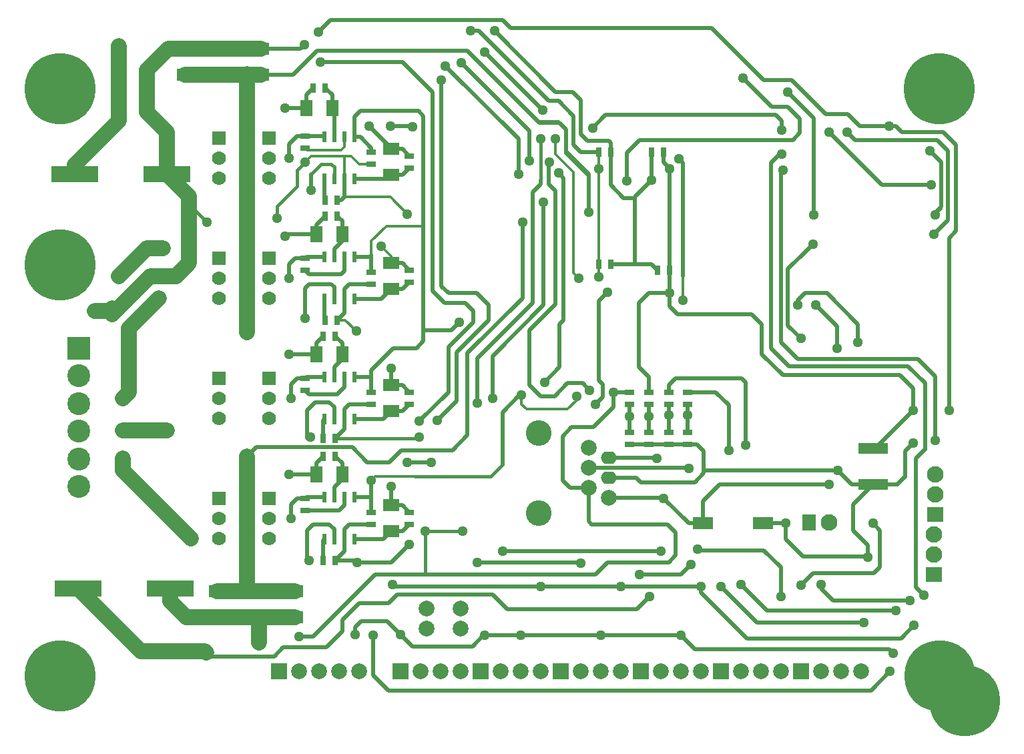
<source format=gtl>
G04 (created by PCBNEW (2013-07-07 BZR 4022)-stable) date ven. 16 mai 2014 20:48:30 CEST*
%MOIN*%
G04 Gerber Fmt 3.4, Leading zero omitted, Abs format*
%FSLAX34Y34*%
G01*
G70*
G90*
G04 APERTURE LIST*
%ADD10C,0.00590551*%
%ADD11C,0.315*%
%ADD12R,0.1142X0.1142*%
%ADD13C,0.1142*%
%ADD14C,0.0787402*%
%ADD15O,0.0787402X0.0629921*%
%ADD16C,0.128*%
%ADD17C,0.3543*%
%ADD18R,0.0236X0.0551*%
%ADD19R,0.15X0.055*%
%ADD20R,0.08X0.06*%
%ADD21R,0.06X0.08*%
%ADD22R,0.025X0.045*%
%ADD23R,0.045X0.025*%
%ADD24R,0.0709X0.0827*%
%ADD25C,0.0827*%
%ADD26C,0.0787*%
%ADD27R,0.0787X0.0787*%
%ADD28R,0.0827X0.0748*%
%ADD29C,0.07*%
%ADD30R,0.07X0.07*%
%ADD31R,0.0984252X0.0590551*%
%ADD32R,0.23622X0.0787402*%
%ADD33C,0.0512*%
%ADD34C,0.0138*%
%ADD35C,0.0197*%
%ADD36C,0.0157*%
%ADD37C,0.0787402*%
G04 APERTURE END LIST*
G54D10*
G54D11*
X80000Y-41375D03*
G54D12*
X37000Y-25000D03*
G54D13*
X37000Y-26375D03*
X37000Y-27775D03*
X37000Y-29150D03*
X37000Y-30525D03*
X37000Y-31900D03*
G54D14*
X62450Y-30975D03*
X62450Y-31975D03*
X62450Y-29975D03*
X63450Y-32475D03*
G54D15*
X63450Y-31475D03*
X63450Y-30475D03*
G54D16*
X59950Y-29225D03*
X59950Y-33225D03*
G54D17*
X80000Y-41375D03*
X36050Y-20825D03*
X36050Y-41375D03*
G54D18*
X50750Y-16550D03*
X50750Y-14450D03*
X50250Y-16550D03*
X49750Y-16550D03*
X49250Y-16550D03*
X50250Y-14450D03*
X49750Y-14450D03*
X49250Y-14450D03*
X50750Y-34550D03*
X50750Y-32450D03*
X50250Y-34550D03*
X49750Y-34550D03*
X49250Y-34550D03*
X50250Y-32450D03*
X49750Y-32450D03*
X49250Y-32450D03*
X50750Y-28550D03*
X50750Y-26450D03*
X50250Y-28550D03*
X49750Y-28550D03*
X49250Y-28550D03*
X50250Y-26450D03*
X49750Y-26450D03*
X49250Y-26450D03*
X50750Y-22550D03*
X50750Y-20450D03*
X50250Y-22550D03*
X49750Y-22550D03*
X49250Y-22550D03*
X50250Y-20450D03*
X49750Y-20450D03*
X49250Y-20450D03*
G54D19*
X76650Y-30000D03*
X76650Y-31800D03*
G54D20*
X52600Y-20750D03*
X52600Y-22050D03*
G54D21*
X48850Y-19300D03*
X50150Y-19300D03*
G54D20*
X52600Y-32850D03*
X52600Y-34150D03*
G54D21*
X48850Y-31300D03*
X50150Y-31300D03*
G54D20*
X52600Y-26850D03*
X52600Y-28150D03*
G54D21*
X48850Y-25300D03*
X50150Y-25300D03*
G54D20*
X52600Y-15050D03*
X52600Y-16350D03*
G54D21*
X48350Y-13000D03*
X49650Y-13000D03*
G54D20*
X47800Y-37150D03*
X47800Y-38450D03*
X42300Y-11350D03*
X42300Y-10050D03*
X46500Y-37150D03*
X46500Y-38450D03*
X43900Y-37150D03*
X43900Y-38450D03*
X45200Y-37150D03*
X45200Y-38450D03*
X44800Y-11350D03*
X44800Y-10050D03*
X43500Y-11350D03*
X43500Y-10050D03*
X46100Y-11350D03*
X46100Y-10050D03*
G54D22*
X49300Y-17600D03*
X49900Y-17600D03*
G54D23*
X64500Y-29200D03*
X64500Y-29800D03*
X65450Y-29200D03*
X65450Y-29800D03*
X66450Y-29200D03*
X66450Y-29800D03*
X67400Y-29200D03*
X67400Y-29800D03*
X64500Y-27200D03*
X64500Y-27800D03*
X65450Y-27200D03*
X65450Y-27800D03*
X66450Y-27200D03*
X66450Y-27800D03*
X67400Y-27200D03*
X67400Y-27800D03*
G54D22*
X48700Y-12000D03*
X49300Y-12000D03*
X49200Y-29500D03*
X49800Y-29500D03*
X49200Y-24400D03*
X49800Y-24400D03*
G54D23*
X53500Y-27200D03*
X53500Y-27800D03*
X53500Y-33200D03*
X53500Y-33800D03*
G54D22*
X49200Y-30400D03*
X49800Y-30400D03*
X49200Y-35600D03*
X49800Y-35600D03*
X49300Y-23600D03*
X49900Y-23600D03*
G54D23*
X53500Y-15400D03*
X53500Y-16000D03*
X53500Y-21100D03*
X53500Y-21700D03*
G54D22*
X49300Y-18400D03*
X49900Y-18400D03*
X62950Y-20800D03*
X63550Y-20800D03*
X62950Y-15200D03*
X63550Y-15200D03*
G54D23*
X51600Y-27200D03*
X51600Y-27800D03*
X51600Y-15200D03*
X51600Y-15800D03*
X48300Y-20500D03*
X48300Y-21100D03*
X48300Y-26500D03*
X48300Y-27100D03*
G54D22*
X66200Y-15200D03*
X65600Y-15200D03*
X66500Y-21100D03*
X65900Y-21100D03*
G54D23*
X48300Y-14400D03*
X48300Y-15000D03*
X48300Y-32500D03*
X48300Y-33100D03*
X51600Y-21200D03*
X51600Y-21800D03*
X51600Y-33200D03*
X51600Y-33800D03*
G54D24*
X73450Y-33700D03*
G54D25*
X74450Y-33700D03*
G54D26*
X51000Y-41150D03*
G54D27*
X47000Y-41150D03*
G54D26*
X48000Y-41150D03*
X49000Y-41150D03*
X50000Y-41150D03*
G54D27*
X65050Y-41150D03*
G54D26*
X66050Y-41150D03*
X67050Y-41150D03*
X68050Y-41150D03*
G54D27*
X57050Y-41150D03*
G54D26*
X58050Y-41150D03*
X59050Y-41150D03*
X60050Y-41150D03*
G54D27*
X61050Y-41150D03*
G54D26*
X62050Y-41150D03*
X63050Y-41150D03*
X64050Y-41150D03*
G54D27*
X53050Y-41150D03*
G54D26*
X54050Y-41150D03*
X55050Y-41150D03*
X56050Y-41150D03*
G54D27*
X69050Y-41150D03*
G54D26*
X70050Y-41150D03*
X71050Y-41150D03*
X72050Y-41150D03*
G54D27*
X73050Y-41150D03*
G54D26*
X74050Y-41150D03*
X75050Y-41150D03*
X76050Y-41150D03*
G54D28*
X79750Y-33300D03*
G54D25*
X79750Y-32300D03*
X79750Y-31300D03*
G54D28*
X79700Y-36300D03*
G54D25*
X79700Y-35300D03*
X79700Y-34300D03*
G54D29*
X46500Y-16500D03*
X46500Y-15500D03*
G54D30*
X46500Y-14500D03*
G54D29*
X44000Y-34500D03*
X44000Y-33500D03*
G54D30*
X44000Y-32500D03*
G54D29*
X46500Y-34500D03*
X46500Y-33500D03*
G54D30*
X46500Y-32500D03*
G54D29*
X44000Y-22500D03*
X44000Y-21500D03*
G54D30*
X44000Y-20500D03*
G54D29*
X46500Y-22500D03*
X46500Y-21500D03*
G54D30*
X46500Y-20500D03*
G54D29*
X46500Y-28500D03*
X46500Y-27500D03*
G54D30*
X46500Y-26500D03*
G54D29*
X44000Y-16500D03*
X44000Y-15500D03*
G54D30*
X44000Y-14500D03*
G54D29*
X44000Y-28500D03*
X44000Y-27500D03*
G54D30*
X44000Y-26500D03*
G54D26*
X56050Y-39000D03*
X56050Y-38000D03*
G54D17*
X79950Y-12050D03*
X36050Y-12050D03*
X81225Y-42601D03*
X81225Y-42601D03*
G54D26*
X54350Y-39000D03*
X54350Y-38000D03*
G54D31*
X68150Y-33750D03*
X71150Y-33750D03*
G54D32*
X36800Y-16300D03*
X41400Y-16300D03*
X36950Y-37000D03*
X41550Y-37000D03*
G54D33*
X61850Y-27400D03*
X59100Y-27350D03*
X56000Y-23700D03*
X51600Y-31600D03*
X72050Y-37400D03*
X67900Y-35050D03*
X70300Y-29850D03*
X77500Y-41150D03*
X51700Y-39350D03*
X67550Y-35800D03*
X69450Y-30100D03*
X65500Y-37400D03*
X65000Y-36300D03*
X39000Y-9900D03*
X43350Y-40200D03*
X56150Y-34150D03*
X54300Y-34150D03*
X48000Y-39400D03*
X63700Y-27200D03*
X56550Y-9150D03*
X62950Y-16050D03*
X62950Y-21450D03*
X48950Y-9200D03*
X78650Y-28100D03*
X54600Y-30700D03*
X53400Y-30700D03*
X77450Y-13900D03*
X50800Y-39300D03*
X77650Y-40250D03*
X80450Y-28100D03*
X57250Y-39350D03*
X53050Y-39300D03*
X59050Y-39350D03*
X67050Y-39350D03*
X63050Y-39350D03*
X66500Y-16050D03*
X66500Y-22250D03*
X62450Y-18200D03*
X45400Y-24200D03*
X45400Y-18400D03*
X59150Y-18700D03*
X45400Y-36200D03*
X45400Y-30400D03*
X53650Y-13950D03*
X52550Y-13900D03*
X74450Y-14200D03*
X79550Y-16850D03*
X56100Y-10750D03*
X59500Y-15650D03*
X58950Y-16300D03*
X55300Y-10900D03*
X79750Y-29600D03*
X72150Y-16100D03*
X79200Y-37350D03*
X72100Y-15300D03*
X79700Y-19300D03*
X75350Y-14200D03*
X65850Y-30500D03*
X67450Y-31000D03*
X60150Y-13100D03*
X57250Y-10200D03*
X63400Y-22200D03*
X62800Y-27800D03*
X66200Y-32500D03*
X74450Y-31800D03*
X66950Y-15550D03*
X67150Y-22600D03*
X56900Y-27750D03*
X60050Y-14550D03*
X57650Y-27500D03*
X60200Y-17700D03*
X79750Y-18350D03*
X79500Y-15150D03*
X73700Y-18350D03*
X72400Y-12200D03*
X56900Y-35700D03*
X62050Y-35750D03*
X58150Y-35150D03*
X66050Y-35150D03*
X48250Y-9850D03*
X57750Y-9150D03*
X78650Y-29750D03*
X50850Y-24150D03*
X54000Y-29450D03*
X65600Y-16600D03*
X74900Y-31100D03*
X73050Y-24500D03*
X73650Y-19800D03*
X37800Y-23150D03*
X52650Y-36800D03*
X53400Y-18300D03*
X53500Y-34800D03*
X50900Y-35700D03*
X46000Y-39700D03*
X43400Y-18700D03*
X46900Y-18500D03*
X48300Y-15700D03*
X78700Y-38850D03*
X68050Y-36900D03*
X64050Y-36900D03*
X60050Y-36900D03*
X76400Y-35450D03*
X72300Y-33750D03*
X62650Y-14000D03*
X72100Y-14100D03*
X62500Y-27100D03*
X60500Y-15700D03*
X60250Y-26700D03*
X60950Y-16250D03*
X66450Y-28350D03*
X64500Y-28400D03*
X65450Y-28400D03*
X76200Y-38700D03*
X69050Y-36900D03*
X74850Y-25000D03*
X73800Y-22850D03*
X78500Y-37600D03*
X74050Y-36800D03*
X55100Y-11600D03*
X54900Y-28600D03*
X49050Y-10700D03*
X54000Y-28650D03*
X48500Y-35600D03*
X47500Y-31300D03*
X52600Y-26000D03*
X51500Y-13900D03*
X47300Y-13000D03*
X48550Y-29450D03*
X48600Y-17100D03*
X47500Y-25300D03*
X52600Y-31900D03*
X52100Y-19900D03*
X47300Y-19400D03*
X47500Y-15500D03*
X41200Y-20000D03*
X39000Y-21400D03*
X47500Y-21500D03*
X41000Y-22500D03*
X39200Y-27500D03*
X47600Y-27500D03*
X41400Y-29100D03*
X39200Y-29100D03*
X47600Y-33500D03*
X39200Y-30500D03*
X42600Y-34500D03*
X48300Y-23500D03*
X77800Y-38100D03*
X70050Y-36800D03*
X76650Y-33750D03*
X73050Y-36850D03*
X75900Y-24700D03*
X72900Y-22850D03*
X67400Y-28350D03*
X61950Y-21500D03*
X60800Y-14550D03*
X70150Y-11500D03*
X64350Y-16650D03*
G54D34*
X61850Y-27400D02*
X61850Y-27600D01*
X59100Y-27800D02*
X59100Y-27350D01*
X59350Y-28050D02*
X59100Y-27800D01*
X61400Y-28050D02*
X59350Y-28050D01*
X61850Y-27600D02*
X61400Y-28050D01*
X51600Y-20350D02*
X51600Y-19650D01*
X52350Y-18900D02*
X54200Y-18900D01*
X51600Y-19650D02*
X52350Y-18900D01*
G54D35*
X51600Y-26100D02*
X52700Y-25000D01*
X54200Y-24650D02*
X54200Y-23800D01*
X53850Y-25000D02*
X54200Y-24650D01*
X52700Y-25000D02*
X53850Y-25000D01*
X56000Y-23700D02*
X55600Y-24100D01*
X55600Y-24100D02*
X54200Y-24100D01*
X54200Y-19250D02*
X54200Y-23800D01*
X54200Y-23800D02*
X54200Y-24150D01*
X54200Y-24150D02*
X54200Y-24100D01*
X54200Y-24100D02*
X54200Y-24150D01*
X53200Y-13150D02*
X53950Y-13150D01*
X50750Y-13450D02*
X51050Y-13150D01*
X51050Y-13150D02*
X53200Y-13150D01*
X50750Y-14450D02*
X50750Y-13450D01*
X53950Y-13150D02*
X54200Y-13400D01*
X54200Y-13400D02*
X54200Y-18900D01*
X54200Y-18900D02*
X54200Y-19300D01*
X54200Y-19300D02*
X54200Y-19250D01*
X54200Y-19250D02*
X54200Y-19300D01*
X59100Y-27350D02*
X59000Y-27350D01*
G54D36*
X57550Y-31400D02*
X53800Y-31400D01*
X58150Y-30800D02*
X57550Y-31400D01*
G54D34*
X53800Y-31400D02*
X51800Y-31400D01*
X51800Y-31400D02*
X51600Y-31600D01*
G54D35*
X51600Y-32500D02*
X51600Y-31600D01*
X59000Y-27350D02*
X58150Y-28200D01*
X58150Y-28200D02*
X58150Y-30800D01*
X66450Y-27200D02*
X66450Y-26850D01*
X72050Y-35950D02*
X72050Y-37400D01*
X71200Y-35100D02*
X72050Y-35950D01*
X67950Y-35100D02*
X71200Y-35100D01*
X67900Y-35050D02*
X67950Y-35100D01*
X70300Y-26700D02*
X70300Y-29850D01*
X70100Y-26500D02*
X70300Y-26700D01*
X66800Y-26500D02*
X70100Y-26500D01*
X66450Y-26850D02*
X66800Y-26500D01*
X51600Y-26500D02*
X51600Y-26100D01*
X51600Y-20400D02*
X51600Y-20350D01*
X50750Y-32450D02*
X51600Y-32450D01*
X51600Y-32450D02*
X51600Y-32500D01*
X51600Y-33200D02*
X51600Y-32500D01*
X50750Y-26450D02*
X51600Y-26450D01*
X51600Y-26450D02*
X51600Y-26500D01*
X51600Y-27200D02*
X51600Y-26500D01*
X50750Y-20450D02*
X51600Y-20450D01*
X51600Y-20450D02*
X51600Y-20400D01*
X51600Y-21200D02*
X51600Y-20400D01*
X50750Y-14450D02*
X51050Y-14450D01*
X51050Y-14450D02*
X51600Y-15000D01*
X51600Y-15000D02*
X51600Y-15200D01*
X51700Y-39350D02*
X51700Y-41350D01*
X51700Y-41350D02*
X52450Y-42100D01*
X52450Y-42100D02*
X76550Y-42100D01*
X76550Y-42100D02*
X77500Y-41150D01*
X65000Y-36300D02*
X67050Y-36300D01*
X67050Y-36300D02*
X67550Y-35800D01*
X50175Y-38575D02*
X50175Y-39125D01*
X43550Y-40400D02*
X43350Y-40200D01*
X46750Y-40400D02*
X43550Y-40400D01*
X47200Y-39950D02*
X46750Y-40400D01*
X49350Y-39950D02*
X47200Y-39950D01*
X50175Y-39125D02*
X49350Y-39950D01*
X68800Y-27200D02*
X69450Y-27850D01*
X67400Y-27200D02*
X68800Y-27200D01*
X69450Y-27850D02*
X69450Y-30100D01*
X51000Y-37750D02*
X50175Y-38575D01*
X50175Y-38575D02*
X50150Y-38600D01*
X52450Y-37750D02*
X51000Y-37750D01*
X52900Y-37300D02*
X52450Y-37750D01*
X57650Y-37300D02*
X52900Y-37300D01*
X58400Y-38050D02*
X57650Y-37300D01*
X64850Y-38050D02*
X58400Y-38050D01*
X65500Y-37400D02*
X64850Y-38050D01*
G54D37*
X36800Y-16300D02*
X36800Y-15850D01*
X39000Y-13650D02*
X39000Y-9900D01*
X36800Y-15850D02*
X39000Y-13650D01*
X40100Y-40150D02*
X36950Y-37000D01*
X43350Y-40200D02*
X43300Y-40150D01*
X43300Y-40150D02*
X40100Y-40150D01*
G54D35*
X61450Y-36300D02*
X62800Y-36300D01*
X66450Y-35700D02*
X66800Y-35350D01*
X63400Y-35700D02*
X66450Y-35700D01*
X62800Y-36300D02*
X63400Y-35700D01*
X63700Y-27200D02*
X63700Y-27950D01*
X61600Y-28950D02*
X61150Y-29400D01*
X61150Y-29400D02*
X61150Y-31600D01*
X61150Y-31600D02*
X61525Y-31975D01*
X61525Y-31975D02*
X62450Y-31975D01*
X63700Y-27950D02*
X62700Y-28950D01*
X62700Y-28950D02*
X61600Y-28950D01*
G54D36*
X54300Y-34150D02*
X54300Y-36300D01*
X54300Y-36300D02*
X54300Y-36250D01*
X54300Y-36250D02*
X54300Y-36300D01*
X54300Y-34150D02*
X56150Y-34150D01*
G54D35*
X48000Y-39400D02*
X48700Y-39400D01*
X48700Y-39400D02*
X51800Y-36300D01*
X51800Y-36300D02*
X54300Y-36300D01*
X62450Y-33650D02*
X62450Y-31975D01*
X62600Y-33800D02*
X62450Y-33650D01*
X66400Y-33800D02*
X62600Y-33800D01*
X66800Y-34200D02*
X66400Y-33800D01*
X66800Y-35350D02*
X66800Y-34200D01*
X54300Y-36300D02*
X61450Y-36300D01*
X63700Y-27200D02*
X64500Y-27200D01*
X62950Y-15200D02*
X62050Y-15200D01*
X62050Y-15200D02*
X61700Y-14850D01*
X61700Y-14850D02*
X61700Y-13400D01*
X61700Y-13400D02*
X60950Y-12650D01*
X60950Y-12650D02*
X60450Y-12650D01*
X60450Y-12650D02*
X56950Y-9150D01*
X56950Y-9150D02*
X56550Y-9150D01*
G54D34*
X62950Y-20800D02*
X62950Y-21450D01*
X62950Y-16050D02*
X62950Y-15200D01*
X62950Y-16050D02*
X62950Y-18950D01*
X62950Y-21450D02*
X62950Y-18950D01*
G54D35*
X66500Y-16050D02*
X66500Y-22250D01*
X66500Y-16050D02*
X66500Y-16000D01*
X66200Y-15700D02*
X66200Y-15200D01*
X66500Y-16000D02*
X66200Y-15700D01*
X71100Y-25300D02*
X72150Y-26350D01*
X72150Y-26350D02*
X78000Y-26350D01*
X78000Y-26350D02*
X78650Y-27000D01*
X78650Y-27000D02*
X78650Y-28100D01*
X76650Y-30000D02*
X76750Y-30000D01*
X76750Y-30000D02*
X78650Y-28100D01*
X66500Y-22250D02*
X66500Y-22900D01*
X66500Y-22900D02*
X66900Y-23300D01*
X66900Y-23300D02*
X70600Y-23300D01*
X70600Y-23300D02*
X71100Y-23800D01*
X71100Y-23800D02*
X71100Y-25300D01*
X65450Y-27200D02*
X65450Y-26450D01*
X65450Y-26450D02*
X64950Y-25950D01*
X64950Y-25950D02*
X64950Y-22750D01*
X65450Y-22250D02*
X66500Y-22250D01*
X64950Y-22750D02*
X65450Y-22250D01*
X65450Y-26450D02*
X65250Y-26250D01*
X49550Y-8600D02*
X48950Y-9200D01*
X58150Y-8600D02*
X49550Y-8600D01*
X58550Y-9000D02*
X58150Y-8600D01*
X77450Y-13900D02*
X76000Y-13900D01*
X68600Y-9000D02*
X59350Y-9000D01*
X71200Y-11600D02*
X68600Y-9000D01*
X72600Y-11600D02*
X71200Y-11600D01*
X74300Y-13300D02*
X72600Y-11600D01*
X75400Y-13300D02*
X74300Y-13300D01*
X76000Y-13900D02*
X75400Y-13300D01*
X59350Y-9000D02*
X58550Y-9000D01*
X77450Y-13900D02*
X77800Y-13900D01*
X80450Y-19500D02*
X80450Y-28100D01*
X80800Y-19150D02*
X80450Y-19500D01*
X80800Y-14850D02*
X80800Y-19150D01*
X80150Y-14200D02*
X80800Y-14850D01*
X78100Y-14200D02*
X80150Y-14200D01*
X77800Y-13900D02*
X78100Y-14200D01*
X53400Y-30700D02*
X54600Y-30700D01*
G54D36*
X70600Y-23300D02*
X71100Y-23800D01*
X71100Y-23800D02*
X71100Y-25300D01*
X65450Y-26450D02*
X65250Y-26250D01*
X65250Y-26250D02*
X64950Y-25950D01*
G54D35*
X50800Y-39300D02*
X50800Y-38950D01*
X52400Y-38650D02*
X53050Y-39300D01*
X51100Y-38650D02*
X52400Y-38650D01*
X50800Y-38950D02*
X51100Y-38650D01*
X77650Y-40250D02*
X77450Y-40050D01*
X77450Y-40050D02*
X67750Y-40050D01*
X67750Y-40050D02*
X67050Y-39350D01*
X57250Y-39350D02*
X57200Y-39350D01*
X59050Y-39350D02*
X57200Y-39350D01*
X53650Y-39900D02*
X53050Y-39300D01*
X57200Y-39350D02*
X56650Y-39900D01*
X56650Y-39900D02*
X53650Y-39900D01*
X63050Y-39350D02*
X59050Y-39350D01*
X67050Y-39350D02*
X63050Y-39350D01*
G54D34*
X66500Y-21100D02*
X66500Y-22250D01*
G54D35*
X61314Y-15000D02*
X61314Y-14064D01*
X61314Y-14064D02*
X61000Y-13750D01*
X61000Y-13750D02*
X60000Y-13750D01*
X60000Y-13750D02*
X56400Y-10150D01*
X46100Y-11350D02*
X47700Y-11350D01*
X47700Y-11350D02*
X48900Y-10150D01*
X48900Y-10150D02*
X56400Y-10150D01*
X56400Y-10150D02*
X60000Y-13750D01*
X60000Y-13750D02*
X61000Y-13750D01*
X61000Y-13750D02*
X61314Y-14064D01*
X61314Y-15000D02*
X61314Y-15164D01*
X61314Y-15164D02*
X62450Y-16300D01*
X62450Y-16300D02*
X62450Y-18200D01*
G54D36*
X62450Y-18200D02*
X62450Y-16400D01*
X61300Y-14050D02*
X61300Y-15250D01*
X60925Y-13675D02*
X61300Y-14050D01*
X60075Y-13675D02*
X60925Y-13675D01*
X62450Y-16400D02*
X61300Y-15250D01*
X60075Y-13675D02*
X60100Y-13700D01*
G54D37*
X45400Y-18400D02*
X45400Y-24200D01*
X43500Y-11350D02*
X42300Y-11350D01*
X44800Y-11350D02*
X43500Y-11350D01*
X45400Y-11350D02*
X44800Y-11350D01*
X46100Y-11350D02*
X45400Y-11350D01*
X45400Y-11300D02*
X45400Y-18400D01*
X45400Y-11350D02*
X45400Y-11300D01*
G54D35*
X59150Y-18700D02*
X59150Y-22500D01*
X54350Y-30100D02*
X53400Y-30100D01*
X53400Y-30100D02*
X53100Y-30100D01*
X53100Y-30100D02*
X52500Y-30700D01*
X52500Y-30700D02*
X51400Y-30700D01*
X51400Y-30700D02*
X50650Y-29950D01*
X50650Y-29950D02*
X45850Y-29950D01*
X45850Y-29950D02*
X45400Y-30400D01*
X55650Y-30100D02*
X54350Y-30100D01*
X59150Y-22500D02*
X56400Y-25250D01*
X56400Y-25250D02*
X56400Y-29350D01*
X56400Y-29350D02*
X55650Y-30100D01*
G54D37*
X45400Y-36200D02*
X45400Y-36500D01*
X45400Y-36500D02*
X45400Y-37150D01*
X45400Y-30400D02*
X45400Y-36500D01*
X45400Y-37150D02*
X45400Y-36800D01*
X45400Y-36800D02*
X45400Y-37150D01*
X46500Y-37150D02*
X47800Y-37150D01*
X45200Y-37150D02*
X45400Y-37150D01*
X45400Y-37150D02*
X46500Y-37150D01*
X43900Y-37150D02*
X45200Y-37150D01*
G54D35*
X52550Y-13900D02*
X53600Y-13900D01*
X53600Y-13900D02*
X53650Y-13950D01*
G54D36*
X53600Y-13900D02*
X53650Y-13950D01*
G54D35*
X79550Y-16850D02*
X77100Y-16850D01*
X77100Y-16850D02*
X74450Y-14200D01*
X59500Y-15650D02*
X59500Y-14150D01*
X59500Y-14150D02*
X56100Y-10750D01*
X58950Y-15850D02*
X58950Y-14550D01*
X58950Y-14550D02*
X55300Y-10900D01*
X58950Y-15850D02*
X58950Y-16300D01*
X79750Y-29600D02*
X79750Y-26400D01*
X78900Y-25550D02*
X72900Y-25550D01*
X79750Y-26400D02*
X78900Y-25550D01*
X72900Y-25550D02*
X72050Y-24700D01*
X72050Y-16200D02*
X72150Y-16100D01*
X72050Y-24700D02*
X72050Y-16200D01*
X72100Y-15300D02*
X72000Y-15300D01*
X72000Y-15300D02*
X71550Y-15750D01*
X71550Y-15750D02*
X71550Y-25000D01*
X71550Y-25000D02*
X72450Y-25900D01*
X72450Y-25900D02*
X78400Y-25900D01*
X78400Y-25900D02*
X79250Y-26750D01*
X79250Y-26750D02*
X79250Y-30050D01*
X79250Y-30050D02*
X78800Y-30500D01*
X78800Y-30500D02*
X78800Y-36950D01*
X78800Y-36950D02*
X79200Y-37350D01*
G54D36*
X79250Y-28600D02*
X79250Y-30050D01*
X72000Y-15300D02*
X71550Y-15750D01*
X71550Y-15750D02*
X71550Y-25000D01*
X71550Y-25000D02*
X72450Y-25900D01*
X72450Y-25900D02*
X78400Y-25900D01*
X78400Y-25900D02*
X78800Y-26300D01*
X79250Y-28600D02*
X79250Y-26750D01*
X79250Y-26750D02*
X78800Y-26300D01*
G54D35*
X79700Y-19300D02*
X80400Y-18600D01*
X80400Y-18600D02*
X80400Y-15150D01*
X80400Y-15150D02*
X79850Y-14600D01*
X79850Y-14600D02*
X75750Y-14600D01*
X75750Y-14600D02*
X75350Y-14200D01*
G54D36*
X75750Y-14600D02*
X76950Y-14600D01*
X75350Y-14200D02*
X75750Y-14600D01*
G54D34*
X79850Y-14600D02*
X76950Y-14600D01*
G54D35*
X65850Y-30500D02*
X65850Y-30475D01*
X65850Y-30475D02*
X65850Y-30500D01*
X65850Y-30500D02*
X65850Y-30475D01*
X65850Y-30475D02*
X63450Y-30475D01*
X67450Y-31000D02*
X67425Y-30975D01*
X67425Y-30975D02*
X62450Y-30975D01*
X58225Y-11175D02*
X57250Y-10200D01*
X60150Y-13100D02*
X58225Y-11175D01*
X62800Y-27800D02*
X63150Y-27450D01*
X62950Y-26600D02*
X62950Y-26200D01*
X63150Y-26800D02*
X62950Y-26600D01*
X63150Y-27450D02*
X63150Y-26800D01*
X63400Y-22200D02*
X62950Y-22650D01*
X62950Y-22650D02*
X62950Y-26200D01*
X66200Y-32500D02*
X66175Y-32475D01*
X68150Y-32650D02*
X68150Y-33750D01*
X69000Y-31800D02*
X68150Y-32650D01*
X71100Y-31800D02*
X69000Y-31800D01*
X74450Y-31800D02*
X71100Y-31800D01*
X63450Y-32475D02*
X66175Y-32475D01*
X67450Y-33750D02*
X68150Y-33750D01*
X66175Y-32475D02*
X67450Y-33750D01*
G54D34*
X67150Y-21400D02*
X67150Y-22600D01*
G54D35*
X67150Y-15750D02*
X67150Y-21400D01*
X66950Y-15550D02*
X67150Y-15750D01*
X59650Y-18950D02*
X59650Y-22750D01*
X56900Y-25500D02*
X56900Y-27750D01*
X59650Y-22750D02*
X56900Y-25500D01*
X59650Y-17200D02*
X59650Y-18950D01*
X60050Y-16800D02*
X59650Y-17200D01*
G54D36*
X60050Y-14550D02*
X60050Y-16600D01*
G54D35*
X60050Y-16600D02*
X60050Y-16800D01*
X60200Y-17700D02*
X60200Y-22850D01*
X57650Y-25400D02*
X57650Y-27500D01*
X60200Y-22850D02*
X57650Y-25400D01*
X80050Y-15700D02*
X80050Y-17944D01*
X80050Y-17944D02*
X79750Y-18244D01*
X79750Y-18244D02*
X79750Y-18350D01*
X79500Y-15150D02*
X80050Y-15700D01*
G54D34*
X80050Y-18050D02*
X80050Y-17300D01*
X79750Y-18350D02*
X80050Y-18050D01*
X80050Y-15700D02*
X80050Y-17300D01*
G54D35*
X73700Y-18350D02*
X73700Y-13500D01*
X73700Y-13500D02*
X72400Y-12200D01*
X62000Y-35700D02*
X62050Y-35750D01*
X56900Y-35700D02*
X62000Y-35700D01*
X58150Y-35150D02*
X66050Y-35150D01*
X63550Y-15200D02*
X63550Y-14750D01*
X62400Y-14650D02*
X62050Y-14300D01*
X63450Y-14650D02*
X62400Y-14650D01*
X63550Y-14750D02*
X63450Y-14650D01*
X62050Y-14300D02*
X62050Y-12600D01*
X62050Y-12600D02*
X61650Y-12200D01*
X61650Y-12200D02*
X61250Y-12200D01*
X64750Y-17500D02*
X64200Y-17500D01*
X63550Y-16850D02*
X63550Y-15200D01*
X64200Y-17500D02*
X63550Y-16850D01*
X64750Y-20800D02*
X64750Y-17450D01*
X64750Y-17450D02*
X65600Y-16600D01*
X63550Y-20800D02*
X65600Y-20800D01*
X65600Y-20800D02*
X65900Y-21100D01*
X65600Y-16600D02*
X65600Y-15200D01*
X72407Y-21750D02*
X72407Y-21042D01*
X72407Y-21042D02*
X73650Y-19800D01*
X72407Y-21750D02*
X72407Y-23857D01*
X72407Y-23857D02*
X73050Y-24500D01*
X76650Y-31800D02*
X75600Y-31800D01*
X75600Y-31800D02*
X74900Y-31100D01*
X76650Y-31800D02*
X77850Y-31800D01*
X77850Y-31800D02*
X78250Y-31400D01*
X78250Y-31400D02*
X78250Y-30150D01*
X78250Y-30150D02*
X78650Y-29750D01*
X68200Y-31100D02*
X68950Y-31100D01*
X68200Y-31050D02*
X68200Y-31250D01*
X64825Y-31475D02*
X63450Y-31475D01*
X65050Y-31700D02*
X64825Y-31475D01*
X67750Y-31700D02*
X65050Y-31700D01*
X68200Y-31250D02*
X67750Y-31700D01*
X67400Y-29800D02*
X67850Y-29800D01*
X68200Y-30150D02*
X68200Y-31050D01*
X68200Y-31050D02*
X68200Y-31100D01*
X67850Y-29800D02*
X68200Y-30150D01*
X67400Y-29800D02*
X64500Y-29800D01*
X74900Y-31100D02*
X68950Y-31100D01*
X46100Y-10050D02*
X48050Y-10050D01*
X48050Y-10050D02*
X48250Y-9850D01*
X60800Y-12200D02*
X61250Y-12200D01*
X61250Y-12200D02*
X61350Y-12200D01*
X57750Y-9150D02*
X60800Y-12200D01*
G54D36*
X78250Y-31400D02*
X77850Y-31800D01*
X78250Y-30150D02*
X78250Y-31400D01*
X78650Y-29750D02*
X78250Y-30150D01*
G54D34*
X49900Y-23600D02*
X50300Y-23600D01*
X50300Y-23600D02*
X50850Y-24150D01*
G54D36*
X52750Y-29500D02*
X53950Y-29500D01*
X53950Y-29500D02*
X54000Y-29450D01*
X64750Y-20800D02*
X64750Y-17500D01*
X64750Y-17500D02*
X64750Y-17450D01*
X64750Y-17450D02*
X65600Y-16600D01*
X72407Y-23450D02*
X72407Y-23857D01*
X72407Y-23857D02*
X73050Y-24500D01*
X72407Y-21042D02*
X72407Y-23450D01*
X72407Y-23450D02*
X72407Y-23500D01*
X73650Y-19800D02*
X72407Y-21042D01*
G54D37*
X38650Y-23000D02*
X38650Y-23300D01*
X38800Y-23150D02*
X38650Y-23000D01*
X37800Y-23150D02*
X38800Y-23150D01*
X42500Y-17400D02*
X41400Y-16300D01*
X42500Y-20750D02*
X42500Y-17400D01*
X41850Y-21400D02*
X42500Y-20750D01*
X40550Y-21400D02*
X41850Y-21400D01*
X38650Y-23300D02*
X40550Y-21400D01*
G54D35*
X60050Y-36900D02*
X52750Y-36900D01*
X52750Y-36900D02*
X52650Y-36800D01*
G54D34*
X53400Y-18300D02*
X52550Y-17450D01*
X52550Y-17450D02*
X50250Y-17450D01*
G54D36*
X49800Y-29500D02*
X52750Y-29500D01*
X74900Y-31100D02*
X75600Y-31800D01*
G54D35*
X52600Y-35700D02*
X50900Y-35700D01*
X53500Y-34800D02*
X52600Y-35700D01*
X50800Y-35600D02*
X49800Y-35600D01*
X50900Y-35700D02*
X50800Y-35600D01*
G54D37*
X46000Y-39700D02*
X46000Y-38450D01*
X46000Y-38450D02*
X46000Y-38700D01*
X46000Y-38700D02*
X46000Y-38450D01*
G54D36*
X41400Y-16300D02*
X41400Y-16700D01*
X41400Y-16700D02*
X43400Y-18700D01*
X46900Y-18500D02*
X46900Y-17900D01*
X47900Y-16100D02*
X48300Y-15700D01*
X47900Y-16900D02*
X47900Y-16100D01*
X46900Y-17900D02*
X47900Y-16900D01*
G54D34*
X43400Y-18700D02*
X41400Y-16700D01*
X50250Y-16550D02*
X50250Y-15400D01*
X50250Y-15400D02*
X50300Y-15400D01*
X49500Y-15400D02*
X48600Y-15400D01*
X49500Y-15400D02*
X50300Y-15400D01*
X48600Y-15400D02*
X48300Y-15700D01*
X51000Y-15800D02*
X51600Y-15800D01*
X50300Y-15400D02*
X50600Y-15400D01*
X50600Y-15400D02*
X51000Y-15800D01*
G54D35*
X50250Y-28550D02*
X50250Y-29050D01*
X50250Y-29050D02*
X49800Y-29500D01*
X50250Y-34550D02*
X50250Y-35150D01*
X50250Y-35150D02*
X49800Y-35600D01*
X51600Y-33800D02*
X50500Y-33800D01*
X50250Y-34050D02*
X50250Y-34550D01*
X50500Y-33800D02*
X50250Y-34050D01*
X51600Y-27800D02*
X50500Y-27800D01*
X50250Y-28050D02*
X50250Y-28550D01*
X50500Y-27800D02*
X50250Y-28050D01*
X50250Y-22550D02*
X50250Y-22050D01*
X50500Y-21800D02*
X51600Y-21800D01*
X50250Y-22050D02*
X50500Y-21800D01*
X50250Y-22550D02*
X50250Y-23250D01*
X50250Y-23250D02*
X49900Y-23600D01*
X49900Y-17600D02*
X50100Y-17600D01*
X50100Y-17600D02*
X50250Y-17450D01*
X50250Y-17450D02*
X50250Y-16550D01*
G54D37*
X43900Y-38450D02*
X42350Y-38450D01*
X41550Y-37650D02*
X41550Y-37000D01*
X42350Y-38450D02*
X41550Y-37650D01*
X45200Y-38450D02*
X43900Y-38450D01*
X46500Y-38450D02*
X46000Y-38450D01*
X46000Y-38450D02*
X45200Y-38450D01*
X47800Y-38450D02*
X46500Y-38450D01*
X42300Y-10050D02*
X41450Y-10050D01*
X41450Y-10050D02*
X40400Y-11100D01*
X40400Y-11100D02*
X40400Y-13200D01*
X40400Y-13200D02*
X41400Y-14200D01*
X41400Y-14200D02*
X41400Y-16300D01*
X44800Y-10050D02*
X46100Y-10050D01*
X43500Y-10050D02*
X44800Y-10050D01*
X42300Y-10050D02*
X43500Y-10050D01*
G54D34*
X65450Y-29800D02*
X66450Y-29800D01*
X64500Y-29800D02*
X65450Y-29800D01*
G54D35*
X76400Y-35450D02*
X76400Y-34850D01*
X76400Y-34850D02*
X75650Y-34100D01*
X75650Y-34100D02*
X75650Y-32800D01*
X75650Y-32800D02*
X76650Y-31800D01*
X78700Y-38850D02*
X78050Y-39500D01*
X78050Y-39500D02*
X70350Y-39500D01*
X70350Y-39500D02*
X68050Y-37200D01*
X68050Y-37200D02*
X68050Y-36900D01*
G54D34*
X61350Y-12200D02*
X61650Y-12200D01*
X62050Y-12600D02*
X62050Y-14100D01*
X61650Y-12200D02*
X62050Y-12600D01*
X62050Y-14100D02*
X62050Y-14300D01*
G54D35*
X64050Y-36900D02*
X68050Y-36900D01*
X60050Y-36900D02*
X64050Y-36900D01*
X72300Y-34550D02*
X72300Y-33750D01*
X73150Y-35400D02*
X72300Y-34550D01*
X76350Y-35400D02*
X73150Y-35400D01*
X76400Y-35450D02*
X76350Y-35400D01*
X71150Y-33750D02*
X72300Y-33750D01*
G54D34*
X63550Y-20800D02*
X64450Y-20800D01*
X64450Y-20800D02*
X64750Y-20800D01*
X64750Y-20800D02*
X65600Y-20800D01*
X65600Y-20800D02*
X65900Y-21100D01*
G54D35*
X72100Y-14100D02*
X72100Y-13650D01*
X63300Y-13350D02*
X62650Y-14000D01*
X71800Y-13350D02*
X63300Y-13350D01*
X72100Y-13650D02*
X71800Y-13350D01*
X63200Y-13450D02*
X62650Y-14000D01*
G54D34*
X63200Y-13450D02*
X62650Y-14000D01*
G54D35*
X60500Y-15700D02*
X60500Y-15900D01*
X60450Y-15950D02*
X60450Y-16800D01*
X60500Y-15900D02*
X60450Y-15950D01*
X60450Y-16800D02*
X60800Y-17150D01*
X59500Y-26850D02*
X60050Y-27400D01*
X59500Y-24100D02*
X59500Y-26850D01*
X60800Y-22800D02*
X59500Y-24100D01*
X60800Y-17150D02*
X60800Y-22800D01*
X61850Y-26750D02*
X62150Y-26750D01*
X62150Y-26750D02*
X62500Y-27100D01*
X61400Y-26750D02*
X61850Y-26750D01*
X60750Y-27400D02*
X61400Y-26750D01*
X60050Y-27400D02*
X60750Y-27400D01*
X61200Y-22250D02*
X61200Y-23600D01*
X61000Y-25950D02*
X60250Y-26700D01*
X61000Y-23800D02*
X61000Y-25950D01*
X61200Y-23600D02*
X61000Y-23800D01*
X61200Y-21750D02*
X61200Y-22250D01*
X61200Y-16500D02*
X61200Y-21750D01*
X60950Y-16250D02*
X61200Y-16500D01*
X66450Y-27800D02*
X66450Y-28350D01*
X66450Y-28350D02*
X66450Y-29200D01*
X64500Y-29200D02*
X64500Y-28400D01*
X64500Y-28400D02*
X64500Y-27800D01*
X65450Y-27800D02*
X65450Y-29200D01*
G54D34*
X65450Y-27800D02*
X65450Y-28400D01*
X65450Y-28400D02*
X65450Y-29200D01*
G54D35*
X76200Y-38700D02*
X70850Y-38700D01*
X69050Y-36900D02*
X70850Y-38700D01*
X74850Y-25000D02*
X74850Y-23900D01*
X74850Y-23900D02*
X73800Y-22850D01*
X78500Y-37600D02*
X74650Y-37600D01*
X74650Y-37600D02*
X74050Y-37000D01*
X74050Y-36800D02*
X74050Y-37000D01*
X55100Y-11600D02*
X55100Y-13450D01*
X55850Y-27650D02*
X55850Y-25300D01*
X54900Y-28600D02*
X55850Y-27650D01*
X55850Y-25300D02*
X55850Y-25200D01*
X57450Y-22850D02*
X56850Y-22250D01*
X56850Y-22250D02*
X55450Y-22250D01*
X55450Y-22250D02*
X55100Y-21900D01*
X55100Y-21900D02*
X55100Y-13450D01*
X57450Y-23600D02*
X57450Y-22850D01*
X55850Y-25200D02*
X57450Y-23600D01*
X54650Y-12200D02*
X53150Y-10700D01*
X53150Y-10700D02*
X49050Y-10700D01*
X56700Y-23700D02*
X56700Y-23150D01*
X54650Y-22150D02*
X54650Y-12550D01*
X55250Y-22750D02*
X54650Y-22150D01*
X56300Y-22750D02*
X55250Y-22750D01*
X56700Y-23150D02*
X56300Y-22750D01*
X55450Y-25300D02*
X55450Y-24950D01*
X54000Y-28650D02*
X55450Y-27200D01*
X55450Y-27200D02*
X55450Y-25300D01*
X55450Y-24950D02*
X56700Y-23700D01*
X54650Y-12550D02*
X54650Y-12200D01*
G54D36*
X48400Y-35600D02*
X48500Y-35600D01*
G54D35*
X49750Y-34050D02*
X49500Y-33800D01*
X49500Y-33800D02*
X48700Y-33800D01*
X48700Y-33800D02*
X48400Y-34100D01*
X48400Y-34100D02*
X48400Y-35600D01*
X49750Y-34550D02*
X49750Y-34050D01*
X49200Y-35600D02*
X49200Y-34600D01*
X49200Y-34600D02*
X49250Y-34550D01*
X50150Y-31300D02*
X50150Y-30750D01*
X50150Y-30750D02*
X49800Y-30400D01*
X49750Y-32450D02*
X49750Y-31950D01*
X50150Y-31550D02*
X50150Y-31300D01*
X49750Y-31950D02*
X50150Y-31550D01*
X48300Y-33100D02*
X50000Y-33100D01*
X50250Y-32850D02*
X50250Y-32450D01*
X50000Y-33100D02*
X50250Y-32850D01*
X50750Y-34550D02*
X52200Y-34550D01*
X52200Y-34550D02*
X52600Y-34150D01*
X52600Y-34150D02*
X53150Y-34150D01*
X53150Y-34150D02*
X53500Y-33800D01*
X50150Y-19300D02*
X50150Y-18650D01*
X50150Y-18650D02*
X49900Y-18400D01*
X49750Y-20450D02*
X49750Y-20050D01*
X50150Y-19650D02*
X50150Y-19300D01*
X49750Y-20050D02*
X50150Y-19650D01*
X48850Y-31300D02*
X48850Y-30750D01*
X48850Y-30750D02*
X49200Y-30400D01*
X48850Y-31300D02*
X47500Y-31300D01*
X52600Y-26850D02*
X53150Y-26850D01*
X53150Y-26850D02*
X53500Y-27200D01*
X52600Y-26000D02*
X52600Y-26850D01*
X52600Y-15050D02*
X52600Y-15000D01*
X52600Y-15000D02*
X51500Y-13900D01*
X52600Y-15050D02*
X53150Y-15050D01*
X53150Y-15050D02*
X53500Y-15400D01*
X48350Y-13000D02*
X48350Y-12350D01*
X48350Y-12350D02*
X48700Y-12000D01*
X47300Y-13000D02*
X48350Y-13000D01*
X50150Y-25300D02*
X50150Y-24750D01*
X50150Y-24750D02*
X49800Y-24400D01*
X49750Y-26450D02*
X49750Y-25950D01*
X50150Y-25550D02*
X50150Y-25300D01*
X49750Y-25950D02*
X50150Y-25550D01*
X49750Y-27950D02*
X49500Y-27700D01*
X49500Y-27700D02*
X48800Y-27700D01*
X48800Y-27700D02*
X48400Y-28100D01*
X48400Y-28100D02*
X48400Y-29500D01*
X49750Y-27950D02*
X49750Y-28550D01*
G54D36*
X48400Y-29450D02*
X48400Y-29500D01*
X48550Y-29450D02*
X48400Y-29450D01*
G54D35*
X48600Y-17100D02*
X48600Y-16300D01*
G54D36*
X48600Y-16300D02*
X49100Y-15800D01*
X49100Y-15800D02*
X49600Y-15800D01*
X49600Y-15800D02*
X49750Y-15950D01*
X49750Y-15950D02*
X49750Y-16550D01*
G54D34*
X49750Y-16550D02*
X49750Y-15950D01*
X49750Y-15950D02*
X49600Y-15800D01*
X49600Y-15800D02*
X49100Y-15800D01*
X49100Y-15800D02*
X48600Y-16300D01*
G54D35*
X50750Y-22550D02*
X52100Y-22550D01*
X52100Y-22550D02*
X52600Y-22050D01*
X52600Y-22050D02*
X53150Y-22050D01*
X53150Y-22050D02*
X53500Y-21700D01*
X48300Y-21100D02*
X48500Y-21300D01*
X50250Y-21150D02*
X50250Y-20450D01*
X50100Y-21300D02*
X50250Y-21150D01*
X48500Y-21300D02*
X50100Y-21300D01*
X48850Y-25300D02*
X47500Y-25300D01*
X48850Y-25300D02*
X48850Y-24750D01*
X48850Y-24750D02*
X49200Y-24400D01*
X50750Y-28550D02*
X52200Y-28550D01*
X52200Y-28550D02*
X52600Y-28150D01*
X52600Y-28150D02*
X53150Y-28150D01*
X53150Y-28150D02*
X53500Y-27800D01*
X52600Y-32850D02*
X53150Y-32850D01*
X53150Y-32850D02*
X53500Y-33200D01*
X52600Y-31900D02*
X52600Y-32850D01*
X49250Y-22550D02*
X49250Y-23550D01*
X49250Y-23550D02*
X49300Y-23600D01*
G54D34*
X52600Y-20750D02*
X52600Y-20400D01*
X52600Y-20400D02*
X52100Y-19900D01*
G54D35*
X52600Y-20750D02*
X53150Y-20750D01*
X53150Y-20750D02*
X53500Y-21100D01*
X48850Y-19300D02*
X48850Y-18850D01*
X48850Y-18850D02*
X49300Y-18400D01*
X48850Y-19300D02*
X47400Y-19300D01*
X47400Y-19300D02*
X47300Y-19400D01*
X50750Y-16550D02*
X52400Y-16550D01*
X52400Y-16550D02*
X52600Y-16350D01*
X52600Y-16350D02*
X53150Y-16350D01*
X53150Y-16350D02*
X53500Y-16000D01*
X49750Y-14450D02*
X49750Y-13100D01*
X49750Y-13100D02*
X49650Y-13000D01*
X49650Y-13000D02*
X49650Y-12350D01*
X49650Y-12350D02*
X49300Y-12000D01*
X48300Y-27100D02*
X48500Y-27300D01*
X50250Y-26950D02*
X50250Y-26450D01*
X49900Y-27300D02*
X50250Y-26950D01*
X48500Y-27300D02*
X49900Y-27300D01*
X49200Y-29500D02*
X49200Y-28600D01*
X49200Y-28600D02*
X49250Y-28550D01*
X49250Y-16550D02*
X49250Y-17550D01*
X49250Y-17550D02*
X49300Y-17600D01*
G54D34*
X50250Y-14450D02*
X50250Y-14950D01*
X48400Y-15100D02*
X48300Y-15000D01*
X50100Y-15100D02*
X48400Y-15100D01*
X50250Y-14950D02*
X50100Y-15100D01*
G54D35*
X48300Y-14400D02*
X49200Y-14400D01*
X49200Y-14400D02*
X49250Y-14450D01*
X47900Y-14400D02*
X48300Y-14400D01*
X47500Y-14800D02*
X47900Y-14400D01*
X47500Y-15500D02*
X47500Y-14800D01*
G54D37*
X40400Y-20000D02*
X41200Y-20000D01*
X39000Y-21400D02*
X40400Y-20000D01*
G54D35*
X48300Y-20500D02*
X47800Y-20500D01*
X47500Y-20800D02*
X47500Y-21500D01*
X47800Y-20500D02*
X47500Y-20800D01*
X49250Y-20450D02*
X48350Y-20450D01*
X48350Y-20450D02*
X48300Y-20500D01*
G54D37*
X41000Y-22500D02*
X39500Y-24000D01*
X39500Y-24000D02*
X39500Y-27200D01*
X39500Y-27200D02*
X39200Y-27500D01*
G54D35*
X48300Y-26500D02*
X47900Y-26500D01*
X47600Y-26800D02*
X47600Y-27500D01*
X47900Y-26500D02*
X47600Y-26800D01*
X49250Y-26450D02*
X48350Y-26450D01*
X48350Y-26450D02*
X48300Y-26500D01*
G54D37*
X39200Y-29100D02*
X41400Y-29100D01*
G54D35*
X49250Y-32450D02*
X48350Y-32450D01*
X48350Y-32450D02*
X48300Y-32500D01*
X48300Y-32500D02*
X47900Y-32500D01*
X47600Y-32800D02*
X47600Y-33500D01*
X47900Y-32500D02*
X47600Y-32800D01*
G54D37*
X39200Y-31100D02*
X39200Y-30500D01*
X42600Y-34500D02*
X39200Y-31100D01*
G54D35*
X49750Y-21950D02*
X49600Y-21800D01*
X49600Y-21800D02*
X48500Y-21800D01*
X48500Y-21800D02*
X48300Y-22000D01*
X48300Y-22000D02*
X48300Y-23500D01*
X49750Y-21950D02*
X49750Y-22550D01*
X77800Y-38100D02*
X71350Y-38100D01*
X70050Y-36800D02*
X71350Y-38100D01*
X76100Y-36250D02*
X76700Y-36250D01*
X77000Y-34100D02*
X76650Y-33750D01*
X77000Y-35950D02*
X77000Y-34100D01*
X76700Y-36250D02*
X77000Y-35950D01*
X73650Y-36250D02*
X76100Y-36250D01*
X73650Y-36250D02*
X73050Y-36850D01*
X72900Y-22850D02*
X72900Y-22600D01*
X75900Y-23800D02*
X75900Y-24700D01*
X74350Y-22250D02*
X75900Y-23800D01*
X73250Y-22250D02*
X74350Y-22250D01*
X72900Y-22600D02*
X73250Y-22250D01*
X67400Y-27800D02*
X67400Y-28350D01*
X67400Y-28350D02*
X67400Y-29200D01*
G54D34*
X60800Y-14550D02*
X60800Y-15300D01*
X61700Y-21250D02*
X61950Y-21500D01*
X61700Y-16200D02*
X61700Y-21250D01*
X60800Y-15300D02*
X61700Y-16200D01*
G54D35*
X68250Y-14600D02*
X72250Y-14600D01*
X64350Y-16650D02*
X64350Y-15250D01*
X65000Y-14600D02*
X68250Y-14600D01*
X64350Y-15250D02*
X65000Y-14600D01*
X72250Y-14600D02*
X72650Y-14600D01*
X70150Y-11500D02*
X71600Y-12950D01*
X71600Y-12950D02*
X71750Y-12950D01*
X72650Y-14600D02*
X73000Y-14250D01*
X73000Y-14250D02*
X73000Y-13550D01*
X73000Y-13550D02*
X72400Y-12950D01*
X72400Y-12950D02*
X71750Y-12950D01*
M02*

</source>
